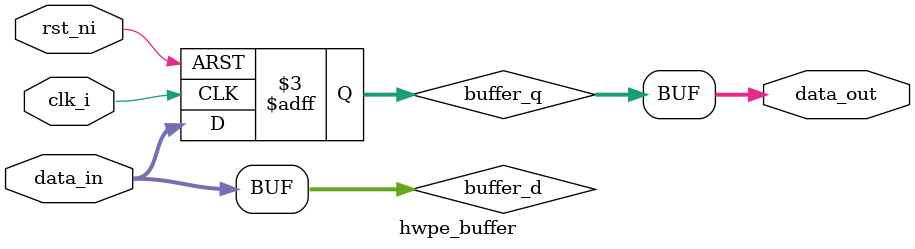
<source format=sv>
module hwpe_buffer
    #(
    parameter BUFFER_WIDTH=32
    )(
    input  logic                            clk_i,
    input  logic                            rst_ni,
    input  logic [BUFFER_WIDTH-1:0]         data_in,
    output logic [BUFFER_WIDTH-1:0]         data_out
    );

    logic [BUFFER_WIDTH-1:0]                buffer_d, buffer_q;

    assign buffer_d = data_in;
    assign data_out = buffer_q;

    always_ff @(posedge clk_i, negedge rst_ni) begin
        if (!rst_ni) begin
            buffer_q <= '0;
        end else begin
            buffer_q <= buffer_d;
        end
    end

endmodule : hwpe_buffer

</source>
